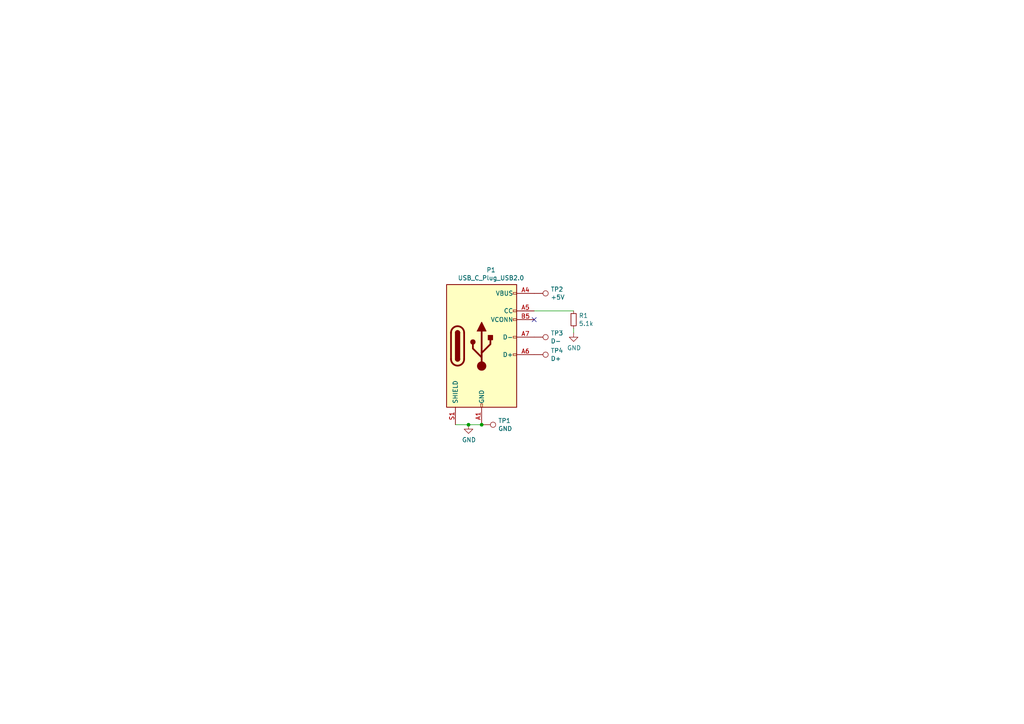
<source format=kicad_sch>
(kicad_sch (version 20211123) (generator eeschema)
  (paper "A4")
  (lib_symbols
    (symbol "Connector:TestPoint" (pin_numbers hide) (pin_names (offset 0.762) hide)
      (property "Reference" "TP" (at 0 6.858 0))
      (property "Value" "TestPoint" (at 0 5.08 0))
      (symbol "TestPoint_0_1"
        (circle (center 0 3.302) (radius 0.762))
      )
      (symbol "TestPoint_1_1"
        (pin passive line (at 0 0 90) (length 2.54) (name "1") (number "1"))
      )
    )
    (symbol "Connector:USB_C_Plug_USB2.0" (pin_names (offset 1.016))
      (property "Reference" "P" (at -10.16 19.05 0))
      (property "Value" "USB_C_Plug_USB2.0" (at 12.7 19.05 0))
      (symbol "USB_C_Plug_USB2.0_0_0"
        (rectangle (start -0.254 -17.78) (end 0.254 -16.764))
        (rectangle (start 10.16 -2.286) (end 9.144 -2.794))
        (rectangle (start 10.16 2.794) (end 9.144 2.286))
        (rectangle (start 10.16 7.874) (end 9.144 7.366))
        (rectangle (start 10.16 10.414) (end 9.144 9.906))
        (rectangle (start 10.16 15.494) (end 9.144 14.986))
      )
      (symbol "USB_C_Plug_USB2.0_0_1"
        (rectangle (start -10.16 17.78) (end 10.16 -17.78) (stroke (width 0.254)) (fill (type background)))
        (arc (start -8.89 -3.81) (mid -6.985 -5.715) (end -5.08 -3.81) (stroke (width 0.508)))
        (arc (start -7.62 -3.81) (mid -6.985 -4.445) (end -6.35 -3.81) (stroke (width 0.254)))
        (arc (start -7.62 -3.81) (mid -6.985 -4.445) (end -6.35 -3.81) (stroke (width 0.254)) (fill (type outline)))
        (rectangle (start -7.62 -3.81) (end -6.35 3.81) (stroke (width 0.254)) (fill (type outline)))
        (arc (start -6.35 3.81) (mid -6.985 4.445) (end -7.62 3.81) (stroke (width 0.254)))
        (arc (start -6.35 3.81) (mid -6.985 4.445) (end -7.62 3.81) (stroke (width 0.254)) (fill (type outline)))
        (arc (start -5.08 3.81) (mid -6.985 5.715) (end -8.89 3.81) (stroke (width 0.508)))
        (circle (center -2.54 1.143) (radius 0.635) (stroke (width 0.254)) (fill (type outline)))
        (circle (center 0 -5.842) (radius 1.27) (fill (type outline)))
        (polyline (pts (xy -8.89 -3.81) (xy -8.89 3.81)) (stroke (width 0.508)))
        (polyline (pts (xy -5.08 3.81) (xy -5.08 -3.81)) (stroke (width 0.508)))
        (polyline (pts (xy 0 -5.842) (xy 0 4.318)) (stroke (width 0.508)))
        (polyline (pts (xy 0 -3.302) (xy -2.54 -0.762) (xy -2.54 0.508)) (stroke (width 0.508)))
        (polyline (pts (xy 0 -2.032) (xy 2.54 0.508) (xy 2.54 1.778)) (stroke (width 0.508)))
        (polyline (pts (xy -1.27 4.318) (xy 0 6.858) (xy 1.27 4.318) (xy -1.27 4.318)) (stroke (width 0.254)) (fill (type outline)))
        (rectangle (start 1.905 1.778) (end 3.175 3.048) (stroke (width 0.254)) (fill (type outline)))
      )
      (symbol "USB_C_Plug_USB2.0_1_1"
        (pin passive line (at 0 -22.86 90) (length 5.08) (name "GND") (number "A1"))
        (pin passive line (at 0 -22.86 90) (length 5.08) hide (name "GND") (number "A12"))
        (pin passive line (at 15.24 15.24 180) (length 5.08) (name "VBUS") (number "A4"))
        (pin bidirectional line (at 15.24 10.16 180) (length 5.08) (name "CC") (number "A5"))
        (pin bidirectional line (at 15.24 -2.54 180) (length 5.08) (name "D+") (number "A6"))
        (pin bidirectional line (at 15.24 2.54 180) (length 5.08) (name "D-") (number "A7"))
        (pin passive line (at 15.24 15.24 180) (length 5.08) hide (name "VBUS") (number "A9"))
        (pin passive line (at 0 -22.86 90) (length 5.08) hide (name "GND") (number "B1"))
        (pin passive line (at 0 -22.86 90) (length 5.08) hide (name "GND") (number "B12"))
        (pin passive line (at 15.24 15.24 180) (length 5.08) hide (name "VBUS") (number "B4"))
        (pin bidirectional line (at 15.24 7.62 180) (length 5.08) (name "VCONN") (number "B5"))
        (pin passive line (at 15.24 15.24 180) (length 5.08) hide (name "VBUS") (number "B9"))
        (pin passive line (at -7.62 -22.86 90) (length 5.08) (name "SHIELD") (number "S1"))
      )
    )
    (symbol "Device:R_Small" (pin_numbers hide) (pin_names (offset 0.254) hide)
      (property "Reference" "R" (at 0.762 0.508 0))
      (property "Value" "R_Small" (at 0.762 -1.016 0))
      (symbol "R_Small_0_1"
        (rectangle (start -0.762 1.778) (end 0.762 -1.778) (stroke (width 0.2032)))
      )
      (symbol "R_Small_1_1"
        (pin passive line (at 0 2.54 270) (length 0.762) (name "~") (number "1"))
        (pin passive line (at 0 -2.54 90) (length 0.762) (name "~") (number "2"))
      )
    )
    (symbol "power:GND" (power) (pin_names (offset 0))
      (property "Value" "GND" (at 0 -3.81 0))
      (symbol "GND_0_1"
        (polyline (pts (xy 0 0) (xy 0 -1.27) (xy 1.27 -1.27) (xy 0 -2.54) (xy -1.27 -1.27) (xy 0 -1.27)))
      )
      (symbol "GND_1_1"
        (pin power_in line (at 0 0 270) (length 0) hide (name "GND") (number "1"))
      )
    )
  )
  (junction (at 135.89 123.19))
  (junction (at 139.7 123.19))
  (no_connect (at 154.94 92.71))
  (wire (pts (xy 166.37 96.52) (xy 166.37 95.25)))
  (wire (pts (xy 166.37 90.17) (xy 154.94 90.17)))
  (wire (pts (xy 135.89 123.19) (xy 139.7 123.19)))
  (wire (pts (xy 132.08 123.19) (xy 135.89 123.19)))
  (symbol (lib_id "Connector:USB_C_Plug_USB2.0") (at 139.7 100.33 0) (unit 1)
    (property "Reference" "P1" (at 142.4178 78.3082 0))
    (property "Value" "USB_C_Plug_USB2.0" (at 142.4178 80.6196 0))
    (property "Footprint" "Connector_USB:USB_C_Plug_JAE_DX07P024AJ1" (effects hide))
    (property "Datasheet" "https://www.usb.org/sites/default/files/documents/usb_type-c.zip" (effects hide))
  )
  (symbol (lib_id "Connector:TestPoint") (at 154.94 85.09 270) (unit 1)
    (property "Reference" "TP2" (at 159.7152 83.9216 90) (effects (justify left)))
    (property "Value" "+5V" (at 159.7152 86.233 90) (effects (justify left)))
    (property "Footprint" "TestPoint:TestPoint_THTPad_D1.5mm_Drill0.7mm" (effects hide))
  )
  (symbol (lib_id "Connector:TestPoint") (at 154.94 97.79 270) (unit 1)
    (property "Reference" "TP3" (at 159.7152 96.6216 90) (effects (justify left)))
    (property "Value" "D-" (at 159.7152 98.933 90) (effects (justify left)))
    (property "Footprint" "TestPoint:TestPoint_THTPad_D1.5mm_Drill0.7mm" (effects hide))
  )
  (symbol (lib_id "Connector:TestPoint") (at 154.94 102.87 270) (unit 1)
    (property "Reference" "TP4" (at 159.7152 101.7016 90) (effects (justify left)))
    (property "Value" "D+" (at 159.7152 104.013 90) (effects (justify left)))
    (property "Footprint" "TestPoint:TestPoint_THTPad_D1.5mm_Drill0.7mm" (effects hide))
  )
  (symbol (lib_id "Connector:TestPoint") (at 139.7 123.19 270) (unit 1)
    (property "Reference" "TP1" (at 144.4752 122.0216 90) (effects (justify left)))
    (property "Value" "GND" (at 144.4752 124.333 90) (effects (justify left)))
    (property "Footprint" "TestPoint:TestPoint_THTPad_D1.5mm_Drill0.7mm" (effects hide))
  )
  (symbol (lib_id "power:GND") (at 135.89 123.19 0) (unit 1)
    (property "Reference" "#PWR0101" (effects hide))
    (property "Value" "GND" (at 136.017 127.5842 0))
  )
  (symbol (lib_id "Device:R_Small") (at 166.37 92.71 180) (unit 1)
    (property "Reference" "R1" (at 167.8686 91.5416 0) (effects (justify right)))
    (property "Value" "5.1k" (at 167.8686 93.853 0) (effects (justify right)))
    (property "Footprint" "Resistor_SMD:R_0603_1608Metric" (effects hide))
  )
  (symbol (lib_id "power:GND") (at 166.37 96.52 0) (unit 1)
    (property "Reference" "#PWR0102" (effects hide))
    (property "Value" "GND" (at 166.497 100.9142 0))
  )
)
</source>
